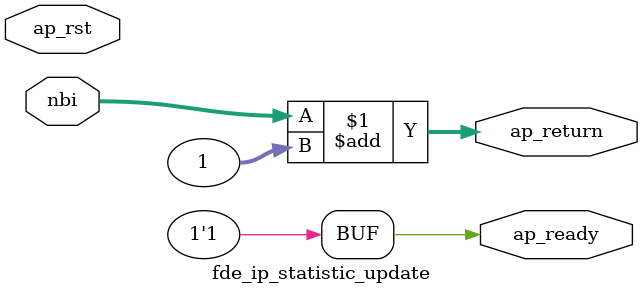
<source format=v>

`timescale 1 ns / 1 ps 

module fde_ip_statistic_update (
        ap_ready,
        nbi,
        ap_return,
        ap_rst
);


output   ap_ready;
input  [31:0] nbi;
output  [31:0] ap_return;
input   ap_rst;

assign ap_ready = 1'b1;

assign ap_return = (nbi + 32'd1);

endmodule //fde_ip_statistic_update

</source>
